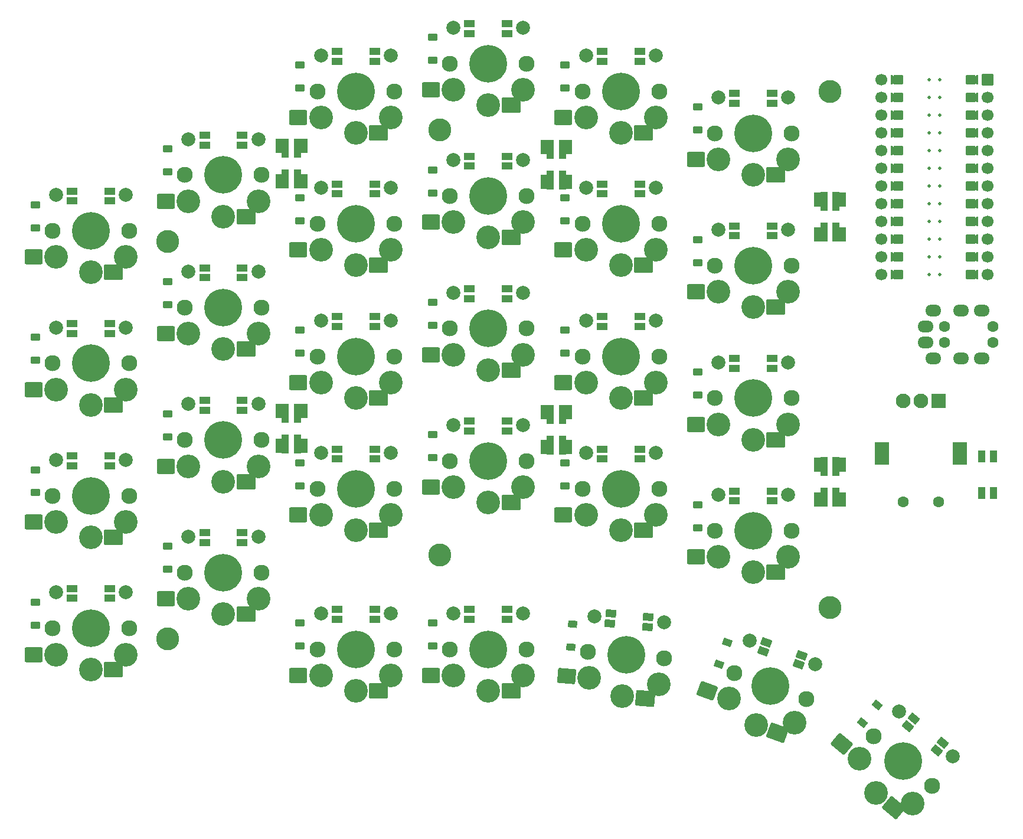
<source format=gbr>
%TF.GenerationSoftware,KiCad,Pcbnew,8.0.4*%
%TF.CreationDate,2024-11-04T19:06:09-07:00*%
%TF.ProjectId,boost58,626f6f73-7435-4382-9e6b-696361645f70,0.1*%
%TF.SameCoordinates,Original*%
%TF.FileFunction,Soldermask,Bot*%
%TF.FilePolarity,Negative*%
%FSLAX46Y46*%
G04 Gerber Fmt 4.6, Leading zero omitted, Abs format (unit mm)*
G04 Created by KiCad (PCBNEW 8.0.4) date 2024-11-04 19:06:09*
%MOMM*%
%LPD*%
G01*
G04 APERTURE LIST*
G04 Aperture macros list*
%AMRoundRect*
0 Rectangle with rounded corners*
0 $1 Rounding radius*
0 $2 $3 $4 $5 $6 $7 $8 $9 X,Y pos of 4 corners*
0 Add a 4 corners polygon primitive as box body*
4,1,4,$2,$3,$4,$5,$6,$7,$8,$9,$2,$3,0*
0 Add four circle primitives for the rounded corners*
1,1,$1+$1,$2,$3*
1,1,$1+$1,$4,$5*
1,1,$1+$1,$6,$7*
1,1,$1+$1,$8,$9*
0 Add four rect primitives between the rounded corners*
20,1,$1+$1,$2,$3,$4,$5,0*
20,1,$1+$1,$4,$5,$6,$7,0*
20,1,$1+$1,$6,$7,$8,$9,0*
20,1,$1+$1,$8,$9,$2,$3,0*%
%AMFreePoly0*
4,1,14,0.635355,0.435355,0.650000,0.400000,0.650000,0.200000,0.635355,0.164645,0.035355,-0.435355,0.000000,-0.450000,-0.035355,-0.435355,-0.635355,0.164645,-0.650000,0.200000,-0.650000,0.400000,-0.635355,0.435355,-0.600000,0.450000,0.600000,0.450000,0.635355,0.435355,0.635355,0.435355,$1*%
%AMFreePoly1*
4,1,16,0.635355,1.035355,0.650000,1.000000,0.650000,-0.250000,0.635355,-0.285355,0.600000,-0.300000,-0.600000,-0.300000,-0.635355,-0.285355,-0.650000,-0.250000,-0.650000,1.000000,-0.635355,1.035355,-0.600000,1.050000,-0.564645,1.035355,0.000000,0.470710,0.564645,1.035355,0.600000,1.050000,0.635355,1.035355,0.635355,1.035355,$1*%
G04 Aperture macros list end*
%ADD10C,0.250000*%
%ADD11C,0.100000*%
%ADD12C,3.300000*%
%ADD13RoundRect,0.050000X0.500000X-1.300000X0.500000X1.300000X-0.500000X1.300000X-0.500000X-1.300000X0*%
%ADD14RoundRect,0.050000X0.600000X-1.000000X0.600000X1.000000X-0.600000X1.000000X-0.600000X-1.000000X0*%
%ADD15RoundRect,0.050000X-1.000000X1.600000X-1.000000X-1.600000X1.000000X-1.600000X1.000000X1.600000X0*%
%ADD16C,1.600000*%
%ADD17RoundRect,0.050000X-1.000000X1.000000X-1.000000X-1.000000X1.000000X-1.000000X1.000000X1.000000X0*%
%ADD18C,2.100000*%
%ADD19RoundRect,0.050000X0.500000X-0.775000X0.500000X0.775000X-0.500000X0.775000X-0.500000X-0.775000X0*%
%ADD20O,2.300000X1.700000*%
%ADD21RoundRect,0.050000X-0.500000X1.300000X-0.500000X-1.300000X0.500000X-1.300000X0.500000X1.300000X0*%
%ADD22RoundRect,0.050000X-0.600000X1.000000X-0.600000X-1.000000X0.600000X-1.000000X0.600000X1.000000X0*%
%ADD23C,1.700000*%
%ADD24RoundRect,0.050000X-0.800000X0.800000X-0.800000X-0.800000X0.800000X-0.800000X0.800000X0.800000X0*%
%ADD25FreePoly0,270.000000*%
%ADD26FreePoly0,90.000000*%
%ADD27FreePoly1,90.000000*%
%ADD28FreePoly1,270.000000*%
%ADD29C,2.300000*%
%ADD30C,2.000000*%
%ADD31C,3.400000*%
%ADD32C,5.400000*%
%ADD33RoundRect,0.215000X1.085000X0.860000X-1.085000X0.860000X-1.085000X-0.860000X1.085000X-0.860000X0*%
%ADD34RoundRect,0.225000X1.150000X0.900000X-1.150000X0.900000X-1.150000X-0.900000X1.150000X-0.900000X0*%
%ADD35RoundRect,0.050000X-0.170372X0.730393X-0.748881X0.040953X0.170372X-0.730393X0.748881X-0.040953X0*%
%ADD36RoundRect,0.050000X-0.700000X-0.500000X0.700000X-0.500000X0.700000X0.500000X-0.700000X0.500000X0*%
%ADD37RoundRect,0.050000X-0.600000X0.450000X-0.600000X-0.450000X0.600000X-0.450000X0.600000X0.450000X0*%
%ADD38RoundRect,0.050000X-0.558497X0.500581X-0.636937X-0.395994X0.558497X-0.500581X0.636937X0.395994X0*%
%ADD39RoundRect,0.050000X-0.857625X0.066929X0.214837X-0.832974X0.857625X-0.066929X-0.214837X0.832974X0*%
%ADD40RoundRect,0.215000X1.383956X-0.038626X-0.278361X1.356223X-1.383956X0.038626X0.278361X-1.356223X0*%
%ADD41RoundRect,0.225000X1.459460X-0.049766X-0.302442X1.428646X-1.459460X0.049766X0.302442X-1.428646X0*%
%ADD42RoundRect,0.050000X-0.740914X-0.437088X0.653758X-0.559106X0.740914X0.437088X-0.653758X0.559106X0*%
%ADD43RoundRect,0.050000X-0.828795X-0.230432X0.486775X-0.709260X0.828795X0.230432X-0.486775X0.709260X0*%
%ADD44RoundRect,0.215000X1.313704X0.437044X-0.725429X1.179228X-1.313704X-0.437044X0.725429X-1.179228X0*%
%ADD45RoundRect,0.225000X1.388465X0.452400X-0.772828X1.239047X-1.388465X-0.452400X0.772828X-1.239047X0*%
%ADD46RoundRect,0.050000X-0.409907X0.628074X-0.717725X-0.217650X0.409907X-0.628074X0.717725X0.217650X0*%
%ADD47RoundRect,0.215000X1.155825X0.762163X-1.005917X0.951291X-1.155825X-0.762163X1.005917X-0.951291X0*%
%ADD48RoundRect,0.225000X1.224064X0.796346X-1.067184X0.996804X-1.224064X-0.796346X1.067184X-0.996804X0*%
G04 APERTURE END LIST*
D10*
%TO.C,MCU1*%
X160351000Y-41320000D02*
G75*
G02*
X160101000Y-41320000I-125000J0D01*
G01*
X160101000Y-41320000D02*
G75*
G02*
X160351000Y-41320000I125000J0D01*
G01*
X160351000Y-43860000D02*
G75*
G02*
X160101000Y-43860000I-125000J0D01*
G01*
X160101000Y-43860000D02*
G75*
G02*
X160351000Y-43860000I125000J0D01*
G01*
X160351000Y-46400000D02*
G75*
G02*
X160101000Y-46400000I-125000J0D01*
G01*
X160101000Y-46400000D02*
G75*
G02*
X160351000Y-46400000I125000J0D01*
G01*
X160351000Y-48940000D02*
G75*
G02*
X160101000Y-48940000I-125000J0D01*
G01*
X160101000Y-48940000D02*
G75*
G02*
X160351000Y-48940000I125000J0D01*
G01*
X160351000Y-51480000D02*
G75*
G02*
X160101000Y-51480000I-125000J0D01*
G01*
X160101000Y-51480000D02*
G75*
G02*
X160351000Y-51480000I125000J0D01*
G01*
X160351000Y-54020000D02*
G75*
G02*
X160101000Y-54020000I-125000J0D01*
G01*
X160101000Y-54020000D02*
G75*
G02*
X160351000Y-54020000I125000J0D01*
G01*
X160351000Y-56560000D02*
G75*
G02*
X160101000Y-56560000I-125000J0D01*
G01*
X160101000Y-56560000D02*
G75*
G02*
X160351000Y-56560000I125000J0D01*
G01*
X160351000Y-59100000D02*
G75*
G02*
X160101000Y-59100000I-125000J0D01*
G01*
X160101000Y-59100000D02*
G75*
G02*
X160351000Y-59100000I125000J0D01*
G01*
X160351000Y-61640000D02*
G75*
G02*
X160101000Y-61640000I-125000J0D01*
G01*
X160101000Y-61640000D02*
G75*
G02*
X160351000Y-61640000I125000J0D01*
G01*
X160351000Y-64180000D02*
G75*
G02*
X160101000Y-64180000I-125000J0D01*
G01*
X160101000Y-64180000D02*
G75*
G02*
X160351000Y-64180000I125000J0D01*
G01*
X160351000Y-66720000D02*
G75*
G02*
X160101000Y-66720000I-125000J0D01*
G01*
X160101000Y-66720000D02*
G75*
G02*
X160351000Y-66720000I125000J0D01*
G01*
X160351000Y-69260000D02*
G75*
G02*
X160101000Y-69260000I-125000J0D01*
G01*
X160101000Y-69260000D02*
G75*
G02*
X160351000Y-69260000I125000J0D01*
G01*
X161875000Y-41320000D02*
G75*
G02*
X161625000Y-41320000I-125000J0D01*
G01*
X161625000Y-41320000D02*
G75*
G02*
X161875000Y-41320000I125000J0D01*
G01*
X161875000Y-43860000D02*
G75*
G02*
X161625000Y-43860000I-125000J0D01*
G01*
X161625000Y-43860000D02*
G75*
G02*
X161875000Y-43860000I125000J0D01*
G01*
X161875000Y-46400000D02*
G75*
G02*
X161625000Y-46400000I-125000J0D01*
G01*
X161625000Y-46400000D02*
G75*
G02*
X161875000Y-46400000I125000J0D01*
G01*
X161875000Y-48940000D02*
G75*
G02*
X161625000Y-48940000I-125000J0D01*
G01*
X161625000Y-48940000D02*
G75*
G02*
X161875000Y-48940000I125000J0D01*
G01*
X161875000Y-51480000D02*
G75*
G02*
X161625000Y-51480000I-125000J0D01*
G01*
X161625000Y-51480000D02*
G75*
G02*
X161875000Y-51480000I125000J0D01*
G01*
X161875000Y-54020000D02*
G75*
G02*
X161625000Y-54020000I-125000J0D01*
G01*
X161625000Y-54020000D02*
G75*
G02*
X161875000Y-54020000I125000J0D01*
G01*
X161875000Y-56560000D02*
G75*
G02*
X161625000Y-56560000I-125000J0D01*
G01*
X161625000Y-56560000D02*
G75*
G02*
X161875000Y-56560000I125000J0D01*
G01*
X161875000Y-59100000D02*
G75*
G02*
X161625000Y-59100000I-125000J0D01*
G01*
X161625000Y-59100000D02*
G75*
G02*
X161875000Y-59100000I125000J0D01*
G01*
X161875000Y-61640000D02*
G75*
G02*
X161625000Y-61640000I-125000J0D01*
G01*
X161625000Y-61640000D02*
G75*
G02*
X161875000Y-61640000I125000J0D01*
G01*
X161875000Y-64180000D02*
G75*
G02*
X161625000Y-64180000I-125000J0D01*
G01*
X161625000Y-64180000D02*
G75*
G02*
X161875000Y-64180000I125000J0D01*
G01*
X161875000Y-66720000D02*
G75*
G02*
X161625000Y-66720000I-125000J0D01*
G01*
X161625000Y-66720000D02*
G75*
G02*
X161875000Y-66720000I125000J0D01*
G01*
X161875000Y-69260000D02*
G75*
G02*
X161625000Y-69260000I-125000J0D01*
G01*
X161625000Y-69260000D02*
G75*
G02*
X161875000Y-69260000I125000J0D01*
G01*
D11*
X155908000Y-41828000D02*
X154892000Y-41828000D01*
X154892000Y-40812000D01*
X155908000Y-40812000D01*
X155908000Y-41828000D01*
G36*
X155908000Y-41828000D02*
G01*
X154892000Y-41828000D01*
X154892000Y-40812000D01*
X155908000Y-40812000D01*
X155908000Y-41828000D01*
G37*
X155908000Y-44368000D02*
X154892000Y-44368000D01*
X154892000Y-43352000D01*
X155908000Y-43352000D01*
X155908000Y-44368000D01*
G36*
X155908000Y-44368000D02*
G01*
X154892000Y-44368000D01*
X154892000Y-43352000D01*
X155908000Y-43352000D01*
X155908000Y-44368000D01*
G37*
X155908000Y-46908000D02*
X154892000Y-46908000D01*
X154892000Y-45892000D01*
X155908000Y-45892000D01*
X155908000Y-46908000D01*
G36*
X155908000Y-46908000D02*
G01*
X154892000Y-46908000D01*
X154892000Y-45892000D01*
X155908000Y-45892000D01*
X155908000Y-46908000D01*
G37*
X155908000Y-49448000D02*
X154892000Y-49448000D01*
X154892000Y-48432000D01*
X155908000Y-48432000D01*
X155908000Y-49448000D01*
G36*
X155908000Y-49448000D02*
G01*
X154892000Y-49448000D01*
X154892000Y-48432000D01*
X155908000Y-48432000D01*
X155908000Y-49448000D01*
G37*
X155908000Y-51988000D02*
X154892000Y-51988000D01*
X154892000Y-50972000D01*
X155908000Y-50972000D01*
X155908000Y-51988000D01*
G36*
X155908000Y-51988000D02*
G01*
X154892000Y-51988000D01*
X154892000Y-50972000D01*
X155908000Y-50972000D01*
X155908000Y-51988000D01*
G37*
X155908000Y-54528000D02*
X154892000Y-54528000D01*
X154892000Y-53512000D01*
X155908000Y-53512000D01*
X155908000Y-54528000D01*
G36*
X155908000Y-54528000D02*
G01*
X154892000Y-54528000D01*
X154892000Y-53512000D01*
X155908000Y-53512000D01*
X155908000Y-54528000D01*
G37*
X155908000Y-57068000D02*
X154892000Y-57068000D01*
X154892000Y-56052000D01*
X155908000Y-56052000D01*
X155908000Y-57068000D01*
G36*
X155908000Y-57068000D02*
G01*
X154892000Y-57068000D01*
X154892000Y-56052000D01*
X155908000Y-56052000D01*
X155908000Y-57068000D01*
G37*
X155908000Y-59608000D02*
X154892000Y-59608000D01*
X154892000Y-58592000D01*
X155908000Y-58592000D01*
X155908000Y-59608000D01*
G36*
X155908000Y-59608000D02*
G01*
X154892000Y-59608000D01*
X154892000Y-58592000D01*
X155908000Y-58592000D01*
X155908000Y-59608000D01*
G37*
X155908000Y-62148000D02*
X154892000Y-62148000D01*
X154892000Y-61132000D01*
X155908000Y-61132000D01*
X155908000Y-62148000D01*
G36*
X155908000Y-62148000D02*
G01*
X154892000Y-62148000D01*
X154892000Y-61132000D01*
X155908000Y-61132000D01*
X155908000Y-62148000D01*
G37*
X155908000Y-64688000D02*
X154892000Y-64688000D01*
X154892000Y-63672000D01*
X155908000Y-63672000D01*
X155908000Y-64688000D01*
G36*
X155908000Y-64688000D02*
G01*
X154892000Y-64688000D01*
X154892000Y-63672000D01*
X155908000Y-63672000D01*
X155908000Y-64688000D01*
G37*
X155908000Y-67228000D02*
X154892000Y-67228000D01*
X154892000Y-66212000D01*
X155908000Y-66212000D01*
X155908000Y-67228000D01*
G36*
X155908000Y-67228000D02*
G01*
X154892000Y-67228000D01*
X154892000Y-66212000D01*
X155908000Y-66212000D01*
X155908000Y-67228000D01*
G37*
X155908000Y-69768000D02*
X154892000Y-69768000D01*
X154892000Y-68752000D01*
X155908000Y-68752000D01*
X155908000Y-69768000D01*
G36*
X155908000Y-69768000D02*
G01*
X154892000Y-69768000D01*
X154892000Y-68752000D01*
X155908000Y-68752000D01*
X155908000Y-69768000D01*
G37*
X167084000Y-41828000D02*
X166068000Y-41828000D01*
X166068000Y-40812000D01*
X167084000Y-40812000D01*
X167084000Y-41828000D01*
G36*
X167084000Y-41828000D02*
G01*
X166068000Y-41828000D01*
X166068000Y-40812000D01*
X167084000Y-40812000D01*
X167084000Y-41828000D01*
G37*
X167084000Y-44368000D02*
X166068000Y-44368000D01*
X166068000Y-43352000D01*
X167084000Y-43352000D01*
X167084000Y-44368000D01*
G36*
X167084000Y-44368000D02*
G01*
X166068000Y-44368000D01*
X166068000Y-43352000D01*
X167084000Y-43352000D01*
X167084000Y-44368000D01*
G37*
X167084000Y-46908000D02*
X166068000Y-46908000D01*
X166068000Y-45892000D01*
X167084000Y-45892000D01*
X167084000Y-46908000D01*
G36*
X167084000Y-46908000D02*
G01*
X166068000Y-46908000D01*
X166068000Y-45892000D01*
X167084000Y-45892000D01*
X167084000Y-46908000D01*
G37*
X167084000Y-49448000D02*
X166068000Y-49448000D01*
X166068000Y-48432000D01*
X167084000Y-48432000D01*
X167084000Y-49448000D01*
G36*
X167084000Y-49448000D02*
G01*
X166068000Y-49448000D01*
X166068000Y-48432000D01*
X167084000Y-48432000D01*
X167084000Y-49448000D01*
G37*
X167084000Y-51988000D02*
X166068000Y-51988000D01*
X166068000Y-50972000D01*
X167084000Y-50972000D01*
X167084000Y-51988000D01*
G36*
X167084000Y-51988000D02*
G01*
X166068000Y-51988000D01*
X166068000Y-50972000D01*
X167084000Y-50972000D01*
X167084000Y-51988000D01*
G37*
X167084000Y-54528000D02*
X166068000Y-54528000D01*
X166068000Y-53512000D01*
X167084000Y-53512000D01*
X167084000Y-54528000D01*
G36*
X167084000Y-54528000D02*
G01*
X166068000Y-54528000D01*
X166068000Y-53512000D01*
X167084000Y-53512000D01*
X167084000Y-54528000D01*
G37*
X167084000Y-57068000D02*
X166068000Y-57068000D01*
X166068000Y-56052000D01*
X167084000Y-56052000D01*
X167084000Y-57068000D01*
G36*
X167084000Y-57068000D02*
G01*
X166068000Y-57068000D01*
X166068000Y-56052000D01*
X167084000Y-56052000D01*
X167084000Y-57068000D01*
G37*
X167084000Y-59608000D02*
X166068000Y-59608000D01*
X166068000Y-58592000D01*
X167084000Y-58592000D01*
X167084000Y-59608000D01*
G36*
X167084000Y-59608000D02*
G01*
X166068000Y-59608000D01*
X166068000Y-58592000D01*
X167084000Y-58592000D01*
X167084000Y-59608000D01*
G37*
X167084000Y-62148000D02*
X166068000Y-62148000D01*
X166068000Y-61132000D01*
X167084000Y-61132000D01*
X167084000Y-62148000D01*
G36*
X167084000Y-62148000D02*
G01*
X166068000Y-62148000D01*
X166068000Y-61132000D01*
X167084000Y-61132000D01*
X167084000Y-62148000D01*
G37*
X167084000Y-64688000D02*
X166068000Y-64688000D01*
X166068000Y-63672000D01*
X167084000Y-63672000D01*
X167084000Y-64688000D01*
G36*
X167084000Y-64688000D02*
G01*
X166068000Y-64688000D01*
X166068000Y-63672000D01*
X167084000Y-63672000D01*
X167084000Y-64688000D01*
G37*
X167084000Y-67228000D02*
X166068000Y-67228000D01*
X166068000Y-66212000D01*
X167084000Y-66212000D01*
X167084000Y-67228000D01*
G36*
X167084000Y-67228000D02*
G01*
X166068000Y-67228000D01*
X166068000Y-66212000D01*
X167084000Y-66212000D01*
X167084000Y-67228000D01*
G37*
X167084000Y-69768000D02*
X166068000Y-69768000D01*
X166068000Y-68752000D01*
X167084000Y-68752000D01*
X167084000Y-69768000D01*
G36*
X167084000Y-69768000D02*
G01*
X166068000Y-69768000D01*
X166068000Y-68752000D01*
X167084000Y-68752000D01*
X167084000Y-69768000D01*
G37*
%TD*%
D12*
%TO.C,M3_4*%
X90000000Y-48500000D03*
%TD*%
D13*
%TO.C,U_3*%
X105875000Y-93700000D03*
X107625000Y-93700000D03*
X107625000Y-89300000D03*
X105875000Y-89300000D03*
D14*
X105150000Y-94000000D03*
X108350000Y-94000000D03*
X108350000Y-89000000D03*
X105150000Y-89000000D03*
%TD*%
D15*
%TO.C,Rotary1*%
X164640000Y-94880000D03*
X153440000Y-94880000D03*
D16*
X161540000Y-101880000D03*
X156540000Y-101880000D03*
D17*
X161540000Y-87380000D03*
D18*
X156540000Y-87380000D03*
X159040000Y-87380000D03*
%TD*%
D19*
%TO.C,RST1*%
X169450000Y-95375000D03*
X167750000Y-95375000D03*
X169450000Y-100625000D03*
X167750000Y-100625000D03*
%TD*%
D16*
%TO.C,TRRS1*%
X169400000Y-76700000D03*
X162400000Y-76700000D03*
X169400000Y-79000000D03*
X162400000Y-79000000D03*
D20*
X159700000Y-76700000D03*
X159700000Y-79000000D03*
X160800000Y-74400000D03*
X160800000Y-81300000D03*
X164800000Y-74400000D03*
X164800000Y-81300000D03*
X167800000Y-74400000D03*
X167800000Y-81300000D03*
%TD*%
D12*
%TO.C,M3_2*%
X51000000Y-64500000D03*
%TD*%
D13*
%TO.C,U_4*%
X105875000Y-55700000D03*
X107625000Y-55700000D03*
X107625000Y-51300000D03*
X105875000Y-51300000D03*
D14*
X105150000Y-56000000D03*
X108350000Y-56000000D03*
X108350000Y-51000000D03*
X105150000Y-51000000D03*
%TD*%
D12*
%TO.C,M3_3*%
X90000000Y-109500000D03*
%TD*%
D21*
%TO.C,U_6*%
X146875000Y-58800000D03*
X145125000Y-58800000D03*
X145125000Y-63200000D03*
X146875000Y-63200000D03*
D22*
X147600000Y-58500000D03*
X144400000Y-58500000D03*
X144400000Y-63500000D03*
X147600000Y-63500000D03*
%TD*%
D23*
%TO.C,MCU1*%
X168608000Y-41320000D03*
D24*
X168608000Y-41320000D03*
D25*
X166830000Y-41320000D03*
D26*
X155146000Y-41320000D03*
D23*
X153368000Y-41320000D03*
X168608000Y-43860000D03*
D25*
X166830000Y-43860000D03*
D26*
X155146000Y-43860000D03*
D23*
X153368000Y-43860000D03*
X168608000Y-46400000D03*
D25*
X166830000Y-46400000D03*
D26*
X155146000Y-46400000D03*
D23*
X153368000Y-46400000D03*
X168608000Y-48940000D03*
D25*
X166830000Y-48940000D03*
D26*
X155146000Y-48940000D03*
D23*
X153368000Y-48940000D03*
X168608000Y-51480000D03*
D25*
X166830000Y-51480000D03*
D26*
X155146000Y-51480000D03*
D23*
X153368000Y-51480000D03*
X168608000Y-54020000D03*
D25*
X166830000Y-54020000D03*
D26*
X155146000Y-54020000D03*
D23*
X153368000Y-54020000D03*
X168608000Y-56560000D03*
D25*
X166830000Y-56560000D03*
D26*
X155146000Y-56560000D03*
D23*
X153368000Y-56560000D03*
X168608000Y-59100000D03*
D25*
X166830000Y-59100000D03*
D26*
X155146000Y-59100000D03*
D23*
X153368000Y-59100000D03*
X168608000Y-61640000D03*
D25*
X166830000Y-61640000D03*
D26*
X155146000Y-61640000D03*
D23*
X153368000Y-61640000D03*
X168608000Y-64180000D03*
D25*
X166830000Y-64180000D03*
D26*
X155146000Y-64180000D03*
D23*
X153368000Y-64180000D03*
X168608000Y-66720000D03*
D25*
X166830000Y-66720000D03*
D26*
X155146000Y-66720000D03*
D23*
X153368000Y-66720000D03*
X168608000Y-69260000D03*
D25*
X166830000Y-69260000D03*
D26*
X155146000Y-69260000D03*
D23*
X153368000Y-69260000D03*
D27*
X156162000Y-41320000D03*
X156162000Y-43860000D03*
X156162000Y-46400000D03*
X156162000Y-48940000D03*
X156162000Y-51480000D03*
X156162000Y-54020000D03*
X156162000Y-56560000D03*
X156162000Y-59100000D03*
X156162000Y-61640000D03*
X156162000Y-64180000D03*
X156162000Y-66720000D03*
X156162000Y-69260000D03*
D28*
X165814000Y-69260000D03*
X165814000Y-66720000D03*
X165814000Y-64180000D03*
X165814000Y-61640000D03*
X165814000Y-59100000D03*
X165814000Y-56560000D03*
X165814000Y-54020000D03*
X165814000Y-51480000D03*
X165814000Y-48940000D03*
X165814000Y-46400000D03*
X165814000Y-43860000D03*
X165814000Y-41320000D03*
%TD*%
D21*
%TO.C,U_5*%
X146875000Y-96800000D03*
X145125000Y-96800000D03*
X145125000Y-101200000D03*
X146875000Y-101200000D03*
D22*
X147600000Y-96500000D03*
X144400000Y-96500000D03*
X144400000Y-101500000D03*
X147600000Y-101500000D03*
%TD*%
D12*
%TO.C,M3_1*%
X51000000Y-121500000D03*
%TD*%
D21*
%TO.C,U_1*%
X69625000Y-89150000D03*
X67875000Y-89150000D03*
X67875000Y-93550000D03*
X69625000Y-93550000D03*
D22*
X70350000Y-88850000D03*
X67150000Y-88850000D03*
X67150000Y-93850000D03*
X70350000Y-93850000D03*
%TD*%
D12*
%TO.C,M3_5*%
X146000000Y-117000000D03*
%TD*%
%TO.C,M3_6*%
X146000000Y-43000000D03*
%TD*%
D21*
%TO.C,U_2*%
X69625000Y-51150000D03*
X67875000Y-51150000D03*
X67875000Y-55550000D03*
X69625000Y-55550000D03*
D22*
X70350000Y-50850000D03*
X67150000Y-50850000D03*
X67150000Y-55850000D03*
X70350000Y-55850000D03*
%TD*%
D29*
%TO.C,SW26*%
X102500000Y-123000000D03*
D30*
X102000000Y-117850000D03*
D31*
X97000000Y-128950000D03*
D32*
X97000000Y-123000000D03*
D30*
X92000000Y-117850000D03*
D29*
X91500000Y-123000000D03*
D33*
X88752500Y-126750000D03*
D31*
X102000000Y-126750000D03*
D34*
X100245000Y-128950000D03*
D31*
X92000000Y-126750000D03*
%TD*%
D35*
%TO.C,D29*%
X152743400Y-131030027D03*
X150622200Y-133557973D03*
%TD*%
D36*
%TO.C,L8*%
X61700000Y-50700000D03*
X61700000Y-49300000D03*
X56300000Y-49300000D03*
X56300000Y-50700000D03*
%TD*%
D37*
%TO.C,D15*%
X89000000Y-54250000D03*
X89000000Y-57550000D03*
%TD*%
D36*
%TO.C,L11*%
X80700000Y-57700000D03*
X80700000Y-56300000D03*
X75300000Y-56300000D03*
X75300000Y-57700000D03*
%TD*%
D29*
%TO.C,SW22*%
X140500000Y-87000000D03*
D30*
X140000000Y-81850000D03*
D31*
X135000000Y-92950000D03*
D32*
X135000000Y-87000000D03*
D30*
X130000000Y-81850000D03*
D29*
X129500000Y-87000000D03*
D33*
X126752500Y-90750000D03*
D31*
X140000000Y-90750000D03*
D34*
X138245000Y-92950000D03*
D31*
X130000000Y-90750000D03*
%TD*%
D36*
%TO.C,L22*%
X137700000Y-82700000D03*
X137700000Y-81300000D03*
X132300000Y-81300000D03*
X132300000Y-82700000D03*
%TD*%
D37*
%TO.C,D26*%
X89000000Y-119250000D03*
X89000000Y-122550000D03*
%TD*%
D29*
%TO.C,SW20*%
X121500000Y-43000000D03*
D30*
X121000000Y-37850000D03*
D31*
X116000000Y-48950000D03*
D32*
X116000000Y-43000000D03*
D30*
X111000000Y-37850000D03*
D29*
X110500000Y-43000000D03*
D33*
X107752500Y-46750000D03*
D31*
X121000000Y-46750000D03*
D34*
X119245000Y-48950000D03*
D31*
X111000000Y-46750000D03*
%TD*%
D36*
%TO.C,L25*%
X80700000Y-118700000D03*
X80700000Y-117300000D03*
X75300000Y-117300000D03*
X75300000Y-118700000D03*
%TD*%
D29*
%TO.C,SW21*%
X140500000Y-106000000D03*
D30*
X140000000Y-100850000D03*
D31*
X135000000Y-111950000D03*
D32*
X135000000Y-106000000D03*
D30*
X130000000Y-100850000D03*
D29*
X129500000Y-106000000D03*
D33*
X126752500Y-109750000D03*
D31*
X140000000Y-109750000D03*
D34*
X138245000Y-111950000D03*
D31*
X130000000Y-109750000D03*
%TD*%
D36*
%TO.C,L18*%
X118700000Y-76700000D03*
X118700000Y-75300000D03*
X113300000Y-75300000D03*
X113300000Y-76700000D03*
%TD*%
D29*
%TO.C,SW15*%
X102500000Y-58000000D03*
D30*
X102000000Y-52850000D03*
D31*
X97000000Y-63950000D03*
D32*
X97000000Y-58000000D03*
D30*
X92000000Y-52850000D03*
D29*
X91500000Y-58000000D03*
D33*
X88752500Y-61750000D03*
D31*
X102000000Y-61750000D03*
D34*
X100245000Y-63950000D03*
D31*
X92000000Y-61750000D03*
%TD*%
D29*
%TO.C,SW9*%
X83500000Y-100000000D03*
D30*
X83000000Y-94850000D03*
D31*
X78000000Y-105950000D03*
D32*
X78000000Y-100000000D03*
D30*
X73000000Y-94850000D03*
D29*
X72500000Y-100000000D03*
D33*
X69752500Y-103750000D03*
D31*
X83000000Y-103750000D03*
D34*
X81245000Y-105950000D03*
D31*
X73000000Y-103750000D03*
%TD*%
D36*
%TO.C,L6*%
X61700000Y-88700000D03*
X61700000Y-87300000D03*
X56300000Y-87300000D03*
X56300000Y-88700000D03*
%TD*%
D37*
%TO.C,D22*%
X127000000Y-83250000D03*
X127000000Y-86550000D03*
%TD*%
D29*
%TO.C,SW14*%
X102500000Y-77000000D03*
D30*
X102000000Y-71850000D03*
D31*
X97000000Y-82950000D03*
D32*
X97000000Y-77000000D03*
D30*
X92000000Y-71850000D03*
D29*
X91500000Y-77000000D03*
D33*
X88752500Y-80750000D03*
D31*
X102000000Y-80750000D03*
D34*
X100245000Y-82950000D03*
D31*
X92000000Y-80750000D03*
%TD*%
D36*
%TO.C,L1*%
X42700000Y-115700000D03*
X42700000Y-114300000D03*
X37300000Y-114300000D03*
X37300000Y-115700000D03*
%TD*%
D29*
%TO.C,SW11*%
X83500000Y-62000000D03*
D30*
X83000000Y-56850000D03*
D31*
X78000000Y-67950000D03*
D32*
X78000000Y-62000000D03*
D30*
X73000000Y-56850000D03*
D29*
X72500000Y-62000000D03*
D33*
X69752500Y-65750000D03*
D31*
X83000000Y-65750000D03*
D34*
X81245000Y-67950000D03*
D31*
X73000000Y-65750000D03*
%TD*%
D36*
%TO.C,L24*%
X137700000Y-44700000D03*
X137700000Y-43300000D03*
X132300000Y-43300000D03*
X132300000Y-44700000D03*
%TD*%
D38*
%TO.C,D27*%
X109107407Y-119385679D03*
X108819793Y-122673121D03*
%TD*%
D36*
%TO.C,L12*%
X80700000Y-38700000D03*
X80700000Y-37300000D03*
X75300000Y-37300000D03*
X75300000Y-38700000D03*
%TD*%
D37*
%TO.C,D25*%
X70000000Y-119250000D03*
X70000000Y-122550000D03*
%TD*%
D29*
%TO.C,SW7*%
X64500000Y-74000000D03*
D30*
X64000000Y-68850000D03*
D31*
X59000000Y-79950000D03*
D32*
X59000000Y-74000000D03*
D30*
X54000000Y-68850000D03*
D29*
X53500000Y-74000000D03*
D33*
X50752500Y-77750000D03*
D31*
X64000000Y-77750000D03*
D34*
X62245000Y-79950000D03*
D31*
X54000000Y-77750000D03*
%TD*%
D29*
%TO.C,SW17*%
X121500000Y-100000000D03*
D30*
X121000000Y-94850000D03*
D31*
X116000000Y-105950000D03*
D32*
X116000000Y-100000000D03*
D30*
X111000000Y-94850000D03*
D29*
X110500000Y-100000000D03*
D33*
X107752500Y-103750000D03*
D31*
X121000000Y-103750000D03*
D34*
X119245000Y-105950000D03*
D31*
X111000000Y-103750000D03*
%TD*%
D37*
%TO.C,D24*%
X127000000Y-45250000D03*
X127000000Y-48550000D03*
%TD*%
D36*
%TO.C,L19*%
X118700000Y-57700000D03*
X118700000Y-56300000D03*
X113300000Y-56300000D03*
X113300000Y-57700000D03*
%TD*%
D29*
%TO.C,SW18*%
X121500000Y-81000000D03*
D30*
X121000000Y-75850000D03*
D31*
X116000000Y-86950000D03*
D32*
X116000000Y-81000000D03*
D30*
X111000000Y-75850000D03*
D29*
X110500000Y-81000000D03*
D33*
X107752500Y-84750000D03*
D31*
X121000000Y-84750000D03*
D34*
X119245000Y-86950000D03*
D31*
X111000000Y-84750000D03*
%TD*%
D29*
%TO.C,SW13*%
X102500000Y-96000000D03*
D30*
X102000000Y-90850000D03*
D31*
X97000000Y-101950000D03*
D32*
X97000000Y-96000000D03*
D30*
X92000000Y-90850000D03*
D29*
X91500000Y-96000000D03*
D33*
X88752500Y-99750000D03*
D31*
X102000000Y-99750000D03*
D34*
X100245000Y-101950000D03*
D31*
X92000000Y-99750000D03*
%TD*%
D37*
%TO.C,D8*%
X51000000Y-51250000D03*
X51000000Y-54550000D03*
%TD*%
%TO.C,D16*%
X89000000Y-35250000D03*
X89000000Y-38550000D03*
%TD*%
%TO.C,D5*%
X51000000Y-108250000D03*
X51000000Y-111550000D03*
%TD*%
%TO.C,D23*%
X127000000Y-64250000D03*
X127000000Y-67550000D03*
%TD*%
D29*
%TO.C,SW3*%
X45500000Y-82000000D03*
D30*
X45000000Y-76850000D03*
D31*
X40000000Y-87950000D03*
D32*
X40000000Y-82000000D03*
D30*
X35000000Y-76850000D03*
D29*
X34500000Y-82000000D03*
D33*
X31752500Y-85750000D03*
D31*
X45000000Y-85750000D03*
D34*
X43245000Y-87950000D03*
D31*
X35000000Y-85750000D03*
%TD*%
D37*
%TO.C,D6*%
X51000000Y-89250000D03*
X51000000Y-92550000D03*
%TD*%
D39*
%TO.C,L29*%
X161293669Y-137486558D03*
X162193571Y-136414095D03*
X158056931Y-132943042D03*
X157157029Y-134015505D03*
%TD*%
D29*
%TO.C,SW29*%
X160674544Y-142580332D03*
D30*
X163601878Y-138313809D03*
D31*
X152636714Y-143602964D03*
D32*
X156461300Y-139045000D03*
D30*
X155941434Y-131885933D03*
D29*
X152248056Y-135509668D03*
D40*
X147732895Y-136616276D03*
D31*
X157881069Y-145131605D03*
D41*
X155122528Y-145688810D03*
D31*
X150220624Y-138703729D03*
%TD*%
D37*
%TO.C,D2*%
X32000000Y-97250000D03*
X32000000Y-100550000D03*
%TD*%
D29*
%TO.C,SW24*%
X140500000Y-49000000D03*
D30*
X140000000Y-43850000D03*
D31*
X135000000Y-54950000D03*
D32*
X135000000Y-49000000D03*
D30*
X130000000Y-43850000D03*
D29*
X129500000Y-49000000D03*
D33*
X126752500Y-52750000D03*
D31*
X140000000Y-52750000D03*
D34*
X138245000Y-54950000D03*
D31*
X130000000Y-52750000D03*
%TD*%
D37*
%TO.C,D20*%
X108000000Y-39250000D03*
X108000000Y-42550000D03*
%TD*%
%TO.C,D11*%
X70000000Y-58250000D03*
X70000000Y-61550000D03*
%TD*%
%TO.C,D10*%
X70000000Y-77250000D03*
X70000000Y-80550000D03*
%TD*%
D42*
%TO.C,L27*%
X119814617Y-119770357D03*
X119936635Y-118375684D03*
X114557183Y-117905043D03*
X114435165Y-119299716D03*
%TD*%
D29*
%TO.C,SW4*%
X45500000Y-63000000D03*
D30*
X45000000Y-57850000D03*
D31*
X40000000Y-68950000D03*
D32*
X40000000Y-63000000D03*
D30*
X35000000Y-57850000D03*
D29*
X34500000Y-63000000D03*
D33*
X31752500Y-66750000D03*
D31*
X45000000Y-66750000D03*
D34*
X43245000Y-68950000D03*
D31*
X35000000Y-66750000D03*
%TD*%
D29*
%TO.C,SW1*%
X45500000Y-120000000D03*
D30*
X45000000Y-114850000D03*
D31*
X40000000Y-125950000D03*
D32*
X40000000Y-120000000D03*
D30*
X35000000Y-114850000D03*
D29*
X34500000Y-120000000D03*
D33*
X31752500Y-123750000D03*
D31*
X45000000Y-123750000D03*
D34*
X43245000Y-125950000D03*
D31*
X35000000Y-123750000D03*
%TD*%
D29*
%TO.C,SW8*%
X64500000Y-55000000D03*
D30*
X64000000Y-49850000D03*
D31*
X59000000Y-60950000D03*
D32*
X59000000Y-55000000D03*
D30*
X54000000Y-49850000D03*
D29*
X53500000Y-55000000D03*
D33*
X50752500Y-58750000D03*
D31*
X64000000Y-58750000D03*
D34*
X62245000Y-60950000D03*
D31*
X54000000Y-58750000D03*
%TD*%
D29*
%TO.C,SW23*%
X140500000Y-68000000D03*
D30*
X140000000Y-62850000D03*
D31*
X135000000Y-73950000D03*
D32*
X135000000Y-68000000D03*
D30*
X130000000Y-62850000D03*
D29*
X129500000Y-68000000D03*
D33*
X126752500Y-71750000D03*
D31*
X140000000Y-71750000D03*
D34*
X138245000Y-73950000D03*
D31*
X130000000Y-71750000D03*
%TD*%
D36*
%TO.C,L3*%
X42700000Y-77700000D03*
X42700000Y-76300000D03*
X37300000Y-76300000D03*
X37300000Y-77700000D03*
%TD*%
D29*
%TO.C,SW25*%
X83500000Y-123000000D03*
D30*
X83000000Y-117850000D03*
D31*
X78000000Y-128950000D03*
D32*
X78000000Y-123000000D03*
D30*
X73000000Y-117850000D03*
D29*
X72500000Y-123000000D03*
D33*
X69752500Y-126750000D03*
D31*
X83000000Y-126750000D03*
D34*
X81245000Y-128950000D03*
D31*
X73000000Y-126750000D03*
%TD*%
D36*
%TO.C,L13*%
X99700000Y-91700000D03*
X99700000Y-90300000D03*
X94300000Y-90300000D03*
X94300000Y-91700000D03*
%TD*%
%TO.C,L7*%
X61700000Y-69700000D03*
X61700000Y-68300000D03*
X56300000Y-68300000D03*
X56300000Y-69700000D03*
%TD*%
%TO.C,L21*%
X137700000Y-101700000D03*
X137700000Y-100300000D03*
X132300000Y-100300000D03*
X132300000Y-101700000D03*
%TD*%
%TO.C,L10*%
X80700000Y-76700000D03*
X80700000Y-75300000D03*
X75300000Y-75300000D03*
X75300000Y-76700000D03*
%TD*%
%TO.C,L15*%
X99700000Y-53700000D03*
X99700000Y-52300000D03*
X94300000Y-52300000D03*
X94300000Y-53700000D03*
%TD*%
D29*
%TO.C,SW16*%
X102500000Y-39000000D03*
D30*
X102000000Y-33850000D03*
D31*
X97000000Y-44950000D03*
D32*
X97000000Y-39000000D03*
D30*
X92000000Y-33850000D03*
D29*
X91500000Y-39000000D03*
D33*
X88752500Y-42750000D03*
D31*
X102000000Y-42750000D03*
D34*
X100245000Y-44950000D03*
D31*
X92000000Y-42750000D03*
%TD*%
D37*
%TO.C,D4*%
X32000000Y-59250000D03*
X32000000Y-62550000D03*
%TD*%
%TO.C,D9*%
X70000000Y-96250000D03*
X70000000Y-99550000D03*
%TD*%
%TO.C,D21*%
X127000000Y-102250000D03*
X127000000Y-105550000D03*
%TD*%
%TO.C,D19*%
X108000000Y-58250000D03*
X108000000Y-61550000D03*
%TD*%
D36*
%TO.C,L14*%
X99700000Y-72700000D03*
X99700000Y-71300000D03*
X94300000Y-71300000D03*
X94300000Y-72700000D03*
%TD*%
%TO.C,L5*%
X61700000Y-107700000D03*
X61700000Y-106300000D03*
X56300000Y-106300000D03*
X56300000Y-107700000D03*
%TD*%
D37*
%TO.C,D17*%
X108000000Y-96250000D03*
X108000000Y-99550000D03*
%TD*%
D36*
%TO.C,L9*%
X80700000Y-95700000D03*
X80700000Y-94300000D03*
X75300000Y-94300000D03*
X75300000Y-95700000D03*
%TD*%
%TO.C,L16*%
X99700000Y-34700000D03*
X99700000Y-33300000D03*
X94300000Y-33300000D03*
X94300000Y-34700000D03*
%TD*%
D37*
%TO.C,D12*%
X70000000Y-39250000D03*
X70000000Y-42550000D03*
%TD*%
%TO.C,D14*%
X89000000Y-73250000D03*
X89000000Y-76550000D03*
%TD*%
%TO.C,D18*%
X108000000Y-77250000D03*
X108000000Y-80550000D03*
%TD*%
D29*
%TO.C,SW6*%
X64500000Y-93000000D03*
D30*
X64000000Y-87850000D03*
D31*
X59000000Y-98950000D03*
D32*
X59000000Y-93000000D03*
D30*
X54000000Y-87850000D03*
D29*
X53500000Y-93000000D03*
D33*
X50752500Y-96750000D03*
D31*
X64000000Y-96750000D03*
D34*
X62245000Y-98950000D03*
D31*
X54000000Y-96750000D03*
%TD*%
D36*
%TO.C,L20*%
X118700000Y-38700000D03*
X118700000Y-37300000D03*
X113300000Y-37300000D03*
X113300000Y-38700000D03*
%TD*%
%TO.C,L4*%
X42700000Y-58700000D03*
X42700000Y-57300000D03*
X37300000Y-57300000D03*
X37300000Y-58700000D03*
%TD*%
D43*
%TO.C,L28*%
X141470956Y-125159639D03*
X141949784Y-123844070D03*
X136875444Y-121997161D03*
X136396616Y-123312730D03*
%TD*%
D29*
%TO.C,SW28*%
X142631409Y-130158011D03*
D30*
X143922967Y-125147584D03*
D31*
X135428080Y-133868071D03*
D32*
X137463100Y-128276900D03*
D30*
X134526041Y-121727382D03*
D29*
X132294791Y-126395789D03*
D44*
X128430410Y-128979936D03*
D31*
X140878988Y-133510848D03*
D45*
X138477383Y-134977926D03*
D31*
X131482061Y-130090647D03*
%TD*%
D36*
%TO.C,L2*%
X42700000Y-96700000D03*
X42700000Y-95300000D03*
X37300000Y-95300000D03*
X37300000Y-96700000D03*
%TD*%
%TO.C,L26*%
X99700000Y-118700000D03*
X99700000Y-117300000D03*
X94300000Y-117300000D03*
X94300000Y-118700000D03*
%TD*%
D37*
%TO.C,D1*%
X32000000Y-116250000D03*
X32000000Y-119550000D03*
%TD*%
D36*
%TO.C,L17*%
X118700000Y-95700000D03*
X118700000Y-94300000D03*
X113300000Y-94300000D03*
X113300000Y-95700000D03*
%TD*%
%TO.C,L23*%
X137700000Y-63700000D03*
X137700000Y-62300000D03*
X132300000Y-62300000D03*
X132300000Y-63700000D03*
%TD*%
D46*
%TO.C,D28*%
X131228133Y-122016907D03*
X130099467Y-125117893D03*
%TD*%
D29*
%TO.C,SW12*%
X83500000Y-43000000D03*
D30*
X83000000Y-37850000D03*
D31*
X78000000Y-48950000D03*
D32*
X78000000Y-43000000D03*
D30*
X73000000Y-37850000D03*
D29*
X72500000Y-43000000D03*
D33*
X69752500Y-46750000D03*
D31*
X83000000Y-46750000D03*
D34*
X81245000Y-48950000D03*
D31*
X73000000Y-46750000D03*
%TD*%
D37*
%TO.C,D7*%
X51000000Y-70250000D03*
X51000000Y-73550000D03*
%TD*%
D29*
%TO.C,SW10*%
X83500000Y-81000000D03*
D30*
X83000000Y-75850000D03*
D31*
X78000000Y-86950000D03*
D32*
X78000000Y-81000000D03*
D30*
X73000000Y-75850000D03*
D29*
X72500000Y-81000000D03*
D33*
X69752500Y-84750000D03*
D31*
X83000000Y-84750000D03*
D34*
X81245000Y-86950000D03*
D31*
X73000000Y-84750000D03*
%TD*%
D29*
%TO.C,SW19*%
X121500000Y-62000000D03*
D30*
X121000000Y-56850000D03*
D31*
X116000000Y-67950000D03*
D32*
X116000000Y-62000000D03*
D30*
X111000000Y-56850000D03*
D29*
X110500000Y-62000000D03*
D33*
X107752500Y-65750000D03*
D31*
X121000000Y-65750000D03*
D34*
X119245000Y-67950000D03*
D31*
X111000000Y-65750000D03*
%TD*%
D37*
%TO.C,D3*%
X32000000Y-78250000D03*
X32000000Y-81550000D03*
%TD*%
%TO.C,D13*%
X89000000Y-92250000D03*
X89000000Y-95550000D03*
%TD*%
D29*
%TO.C,SW2*%
X45500000Y-101000000D03*
D30*
X45000000Y-95850000D03*
D31*
X40000000Y-106950000D03*
D32*
X40000000Y-101000000D03*
D30*
X35000000Y-95850000D03*
D29*
X34500000Y-101000000D03*
D33*
X31752500Y-104750000D03*
D31*
X45000000Y-104750000D03*
D34*
X43245000Y-106950000D03*
D31*
X35000000Y-104750000D03*
%TD*%
D29*
%TO.C,SW5*%
X64500000Y-112000000D03*
D30*
X64000000Y-106850000D03*
D31*
X59000000Y-117950000D03*
D32*
X59000000Y-112000000D03*
D30*
X54000000Y-106850000D03*
D29*
X53500000Y-112000000D03*
D33*
X50752500Y-115750000D03*
D31*
X64000000Y-115750000D03*
D34*
X62245000Y-117950000D03*
D31*
X54000000Y-115750000D03*
%TD*%
D29*
%TO.C,SW27*%
X122229271Y-124297957D03*
D30*
X122180026Y-119123976D03*
D31*
X116231623Y-129745958D03*
D32*
X116750200Y-123818600D03*
D30*
X112218079Y-118252419D03*
D29*
X111271129Y-123339243D03*
D47*
X108207250Y-126835513D03*
D31*
X121404339Y-127990109D03*
D48*
X119464275Y-130028779D03*
D31*
X111442389Y-127118551D03*
%TD*%
M02*

</source>
